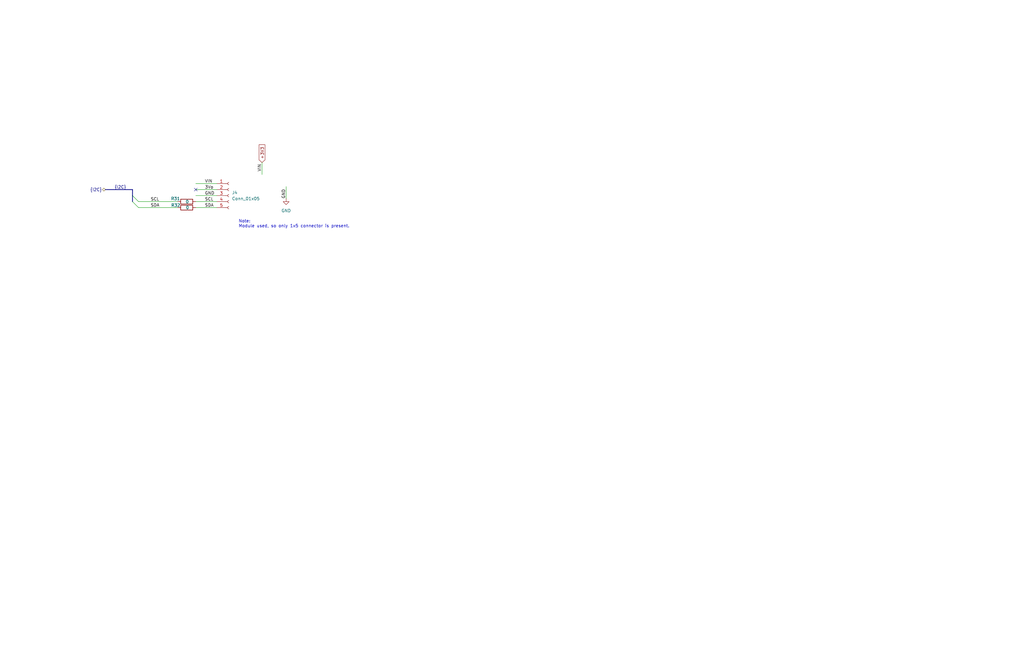
<source format=kicad_sch>
(kicad_sch (version 20231120) (generator "eeschema") (generator_version "8.0")
  (paper "B")
  (lib_symbols
    (symbol "Connector:Conn_01x05_Socket" (pin_names (offset 1.016) hide)
      (property "Reference" "J" (at 0 7.62 0))
      (property "Value" "Conn_01x05_Socket" (at 0 -7.62 0))
      (symbol "Conn_01x05_Socket_1_1"
        (arc (start 0 -4.572) (mid -0.5058 -5.08) (end 0 -5.588) (stroke (width 0.1524)))
        (arc (start 0 -2.032) (mid -0.5058 -2.54) (end 0 -3.048) (stroke (width 0.1524)))
        (polyline (pts (xy -1.27 -5.08) (xy -0.508 -5.08)) (stroke (width 0.1524)))
        (polyline (pts (xy -1.27 -2.54) (xy -0.508 -2.54)) (stroke (width 0.1524)))
        (polyline (pts (xy -1.27 0) (xy -0.508 0)) (stroke (width 0.1524)))
        (polyline (pts (xy -1.27 2.54) (xy -0.508 2.54)) (stroke (width 0.1524)))
        (polyline (pts (xy -1.27 5.08) (xy -0.508 5.08)) (stroke (width 0.1524)))
        (arc (start 0 0.508) (mid -0.5058 0) (end 0 -0.508) (stroke (width 0.1524)))
        (arc (start 0 3.048) (mid -0.5058 2.54) (end 0 2.032) (stroke (width 0.1524)))
        (arc (start 0 5.588) (mid -0.5058 5.08) (end 0 4.572) (stroke (width 0.1524)))
        (pin passive line (at -5.08 5.08 0) (length 3.81) (name "Pin_1") (number "1"))
        (pin passive line (at -5.08 2.54 0) (length 3.81) (name "Pin_2") (number "2"))
        (pin passive line (at -5.08 0 0) (length 3.81) (name "Pin_3") (number "3"))
        (pin passive line (at -5.08 -2.54 0) (length 3.81) (name "Pin_4") (number "4"))
        (pin passive line (at -5.08 -5.08 0) (length 3.81) (name "Pin_5") (number "5"))
      )
    )
    (symbol "Device:R" (pin_numbers hide) (pin_names (offset 0))
      (property "Reference" "R" (at 2.032 0 90))
      (property "Value" "R" (at 0 0 90))
      (symbol "R_0_1"
        (rectangle (start -1.016 -2.54) (end 1.016 2.54) (stroke (width 0.254)))
      )
      (symbol "R_1_1"
        (pin passive line (at 0 3.81 270) (length 1.27) (name "~") (number "1"))
        (pin passive line (at 0 -3.81 90) (length 1.27) (name "~") (number "2"))
      )
    )
    (symbol "power:GND" (power) (pin_numbers hide) (pin_names (offset 0) hide)
      (property "Value" "GND" (at 0 -3.81 0))
      (symbol "GND_0_1"
        (polyline (pts (xy 0 0) (xy 0 -1.27) (xy 1.27 -1.27) (xy 0 -2.54) (xy -1.27 -1.27) (xy 0 -1.27)))
      )
      (symbol "GND_1_1"
        (pin power_in line (at 0 0 270) (length 0) (name "~") (number "1"))
      )
    )
  )
  (no_connect (at 82.55 80.01))
  (bus_entry (at 55.88 82.55) (size 2.54 2.54))
  (bus_entry (at 55.88 85.09) (size 2.54 2.54))
  (wire (pts (xy 74.93 85.09) (xy 58.42 85.09)))
  (bus (pts (xy 55.88 80.01) (xy 55.88 82.55)))
  (wire (pts (xy 82.55 77.47) (xy 91.44 77.47)))
  (bus (pts (xy 55.88 82.55) (xy 55.88 85.09)))
  (wire (pts (xy 82.55 80.01) (xy 91.44 80.01)))
  (wire (pts (xy 120.65 78.74) (xy 120.65 83.82)))
  (wire (pts (xy 82.55 85.09) (xy 91.44 85.09)))
  (bus (pts (xy 55.88 80.01) (xy 44.45 80.01)))
  (wire (pts (xy 82.55 87.63) (xy 91.44 87.63)))
  (wire (pts (xy 110.49 73.66) (xy 110.49 68.58)))
  (wire (pts (xy 74.93 87.63) (xy 58.42 87.63)))
  (wire (pts (xy 82.55 82.55) (xy 91.44 82.55)))
  (text "Note:\nModule used, so only 1x5 connector is present." (at 100.584 94.488 0) (effects (font (size 1.27 1.27)) (justify left)))
  (label "VIN" (at 86.36 77.47 0))
  (label "3Vo" (at 86.36 80.01 0))
  (label "{I2C}" (at 48.26 80.01 0))
  (label "GND" (at 86.36 82.55 0))
  (label "GND" (at 120.65 83.82 90))
  (label "SDA" (at 86.36 87.63 0))
  (label "SCL" (at 86.36 85.09 0))
  (label "SCL" (at 63.5 85.09 0))
  (label "SDA" (at 63.5 87.63 0))
  (label "VIN" (at 110.49 72.39 90))
  (global_label "+3V3" (shape input) (at 110.49 68.58 90) (property "Intersheetrefs" "${INTERSHEET_REFS}" (effects (hide yes))))
  (hierarchical_label "{I2C}" (shape bidirectional) (at 44.45 80.01 180))
  (symbol (lib_id "power:GND") (at 120.65 83.82 0) (unit 1)
    (property "Reference" "#PWR057" (effects (hide yes)))
    (property "Value" "GND" (at 120.65 88.9 0))
    (property "Description" "Power symbol creates a global label with name \"GND\" , ground" (effects (hide yes)))
  )
  (symbol (lib_id "Device:R") (at 78.74 85.09 90) (unit 1)
    (property "Reference" "R31" (at 75.946 83.82 90) (effects (justify left)))
    (property "Value" "0" (at 78.232 85.852 90) (effects (justify right top)))
    (property "Footprint" "Library:0603-NO" (effects (hide yes)))
    (property "Datasheet" "https://www.yageo.com/upload/media/product/products/datasheet/rchip/PYu-RC_Group_51_RoHS_L_12.pdf" (effects (hide yes)))
    (property "Description" "0 Ohms Jumper Chip Resistor 0603 (1608 Metric) Moisture Resistant Thick Film" (effects (hide yes)))
    (property "Mfr" "YAGEO" (effects (hide yes)))
    (property "Mfr P/N" "RC0603JR-070RL" (effects (hide yes)))
    (property "Supplier_1" "Digikey" (effects (hide yes)))
    (property "Supplier_1 P/N" "311-0.0GRTR-ND" (effects (hide yes)))
    (property "Supplier_1 Unit Price" "0.10" (effects (hide yes)))
    (property "Supplier_1 Price @ Qty" "0.10" (effects (hide yes)))
  )
  (symbol (lib_id "Device:R") (at 78.74 87.63 90) (unit 1)
    (property "Reference" "R32" (at 72.136 86.614 90) (effects (justify right)))
    (property "Value" "0" (at 79.756 86.868 90) (effects (justify left bottom)))
    (property "Footprint" "Library:0603-NO" (effects (hide yes)))
    (property "Datasheet" "https://www.yageo.com/upload/media/product/products/datasheet/rchip/PYu-RC_Group_51_RoHS_L_12.pdf" (effects (hide yes)))
    (property "Description" "0 Ohms Jumper Chip Resistor 0603 (1608 Metric) Moisture Resistant Thick Film" (effects (hide yes)))
    (property "Mfr" "YAGEO" (effects (hide yes)))
    (property "Mfr P/N" "RC0603JR-070RL" (effects (hide yes)))
    (property "Supplier_1" "Digikey" (effects (hide yes)))
    (property "Supplier_1 P/N" "311-0.0GRTR-ND" (effects (hide yes)))
    (property "Supplier_1 Unit Price" "0.10" (effects (hide yes)))
    (property "Supplier_1 Price @ Qty" "0.10" (effects (hide yes)))
  )
  (symbol (lib_id "Connector:Conn_01x05_Socket") (at 96.52 82.55 0) (unit 1)
    (property "Reference" "J4" (at 97.79 81.2799 0) (effects (justify left)))
    (property "Value" "Conn_01x05" (at 97.79 83.8199 0) (effects (justify left)))
    (property "Footprint" "Library:CONN5_1LFBN-RC_SUL" (effects (hide yes)))
    (property "Datasheet" "https://mm.digikey.com/Volume0/opasdata/d220001/medias/docus/937/Female_Headers.100_DS.pdf" (effects (hide yes)))
    (property "Description" "CONN HDR 5POS 0.1 TIN PCB" (effects (hide yes)))
    (property "Mfr" "Sullins Connector Solutions" (effects (hide yes)))
    (property "Mfr P/N" "PPTC051LFBN-RC" (effects (hide yes)))
    (property "Supplier 1" "Digikey" (effects (hide yes)))
    (property "Supplier 1 P/N" "S6103-ND" (effects (hide yes)))
    (property "Supplier 1 Unit Price" "0.57000" (effects (hide yes)))
    (property "Supplier 1 Price @ Qty" "0.57000" (effects (hide yes)))
  )
)
</source>
